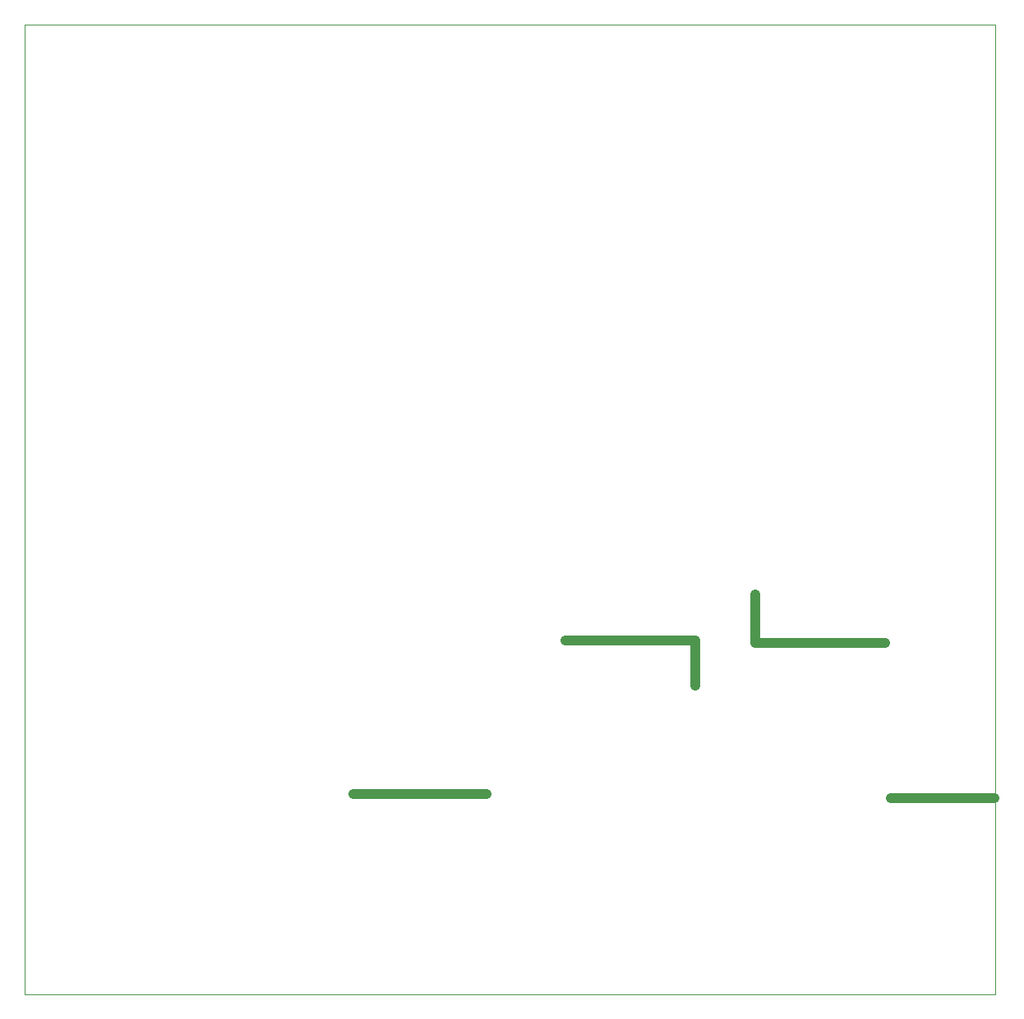
<source format=gbr>
G04 #@! TF.FileFunction,Profile,NP*
%FSLAX46Y46*%
G04 Gerber Fmt 4.6, Leading zero omitted, Abs format (unit mm)*
G04 Created by KiCad (PCBNEW 0.201507280910+6003~25~ubuntu14.04.1-product) date Wed 07 Oct 2015 02:08:59 BST*
%MOMM*%
G01*
G04 APERTURE LIST*
%ADD10C,0.100000*%
%ADD11C,1.000000*%
G04 APERTURE END LIST*
D10*
D11*
X119253000Y-111760000D02*
X129921000Y-111760000D01*
X63881000Y-111379000D02*
X77597000Y-111379000D01*
X105283000Y-95758000D02*
X118618000Y-95758000D01*
X105283000Y-95504000D02*
X105283000Y-95758000D01*
X105283000Y-90805000D02*
X105283000Y-95504000D01*
X99060000Y-95504000D02*
X99060000Y-100203000D01*
X85725000Y-95504000D02*
X99060000Y-95504000D01*
D10*
X130000000Y-132000000D02*
X130000000Y-32000000D01*
X30000000Y-132000000D02*
X130000000Y-132000000D01*
X30000000Y-32000000D02*
X30000000Y-132000000D01*
X30000000Y-32000000D02*
X130000000Y-32000000D01*
M02*

</source>
